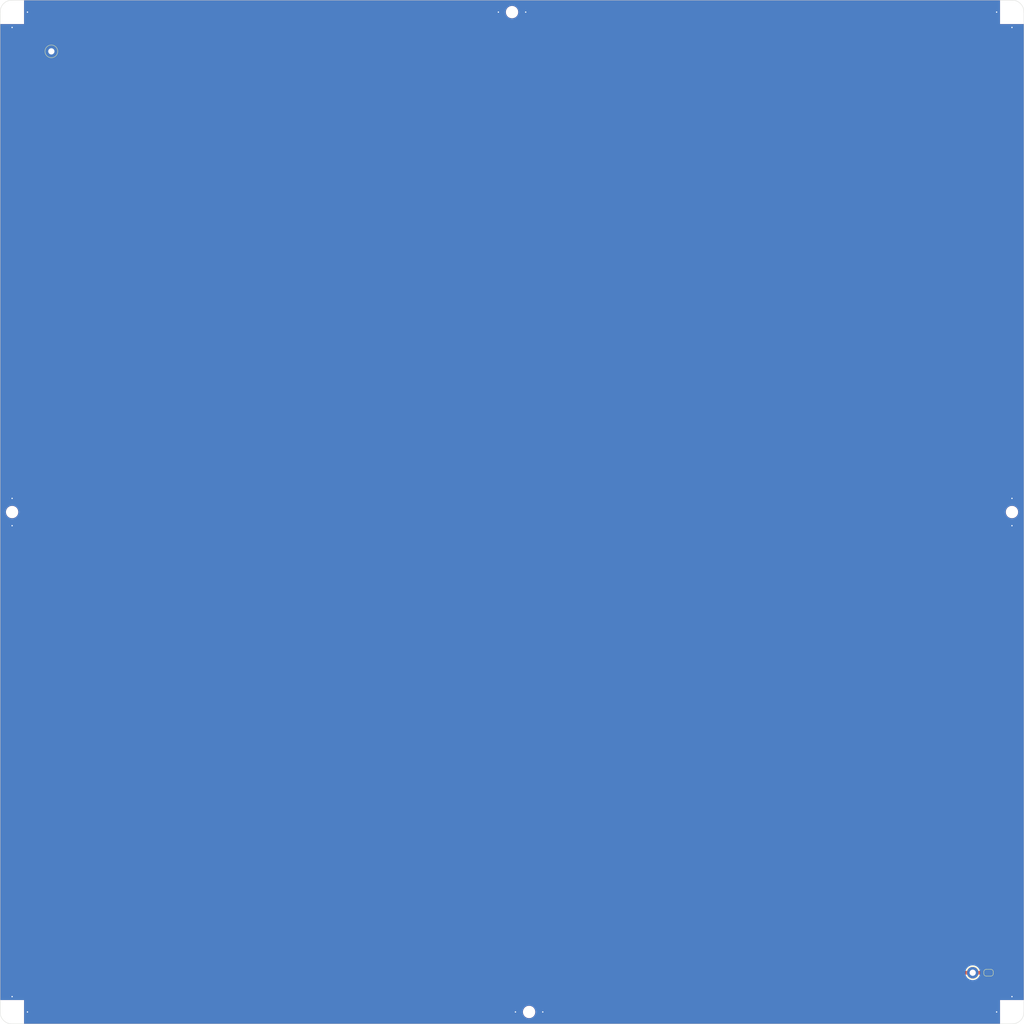
<source format=kicad_pcb>
(kicad_pcb (version 20221018) (generator pcbnew)
  (layers (0 "F.Cu" signal) (31 "B.Cu" signal) (34 "B.Paste" user) (35 "F.Paste" user) (36 "B.SilkS" user "B.Silkscreen") (37 "F.SilkS" user "F.Silkscreen") (38 "B.Mask" user) (39 "F.Mask" user) (44 "Edge.Cuts" user))
  (net 0 "")
  (net 1 "Net-(JP1-A)")
  (net 2 "GND")
  (footprint "MountingHole:MountingHole_3.2mm_M3" (layer "F.Cu") (at 203.2 -47.244)
    (fp_text reference "REF**" hide)
    (fp_text value "MountingHole_3.2mm_M3" hide)
    (pad "" np_thru_hole circle (at 0 0) (size 3.2 3.2) (drill 3.2) (layers "F&B.Cu" "*.Mask"))
  )
  (footprint "MountingHole:MountingHole_3.2mm_M3" (layer "F.Cu") (at 208.28 250.444)
    (fp_text reference "REF**" hide)
    (fp_text value "MountingHole_3.2mm_M3" hide)
    (pad "" np_thru_hole circle (at 0 0) (size 3.2 3.2) (drill 3.2) (layers "F&B.Cu" "*.Mask"))
  )
  (footprint "MountingHole:MountingHole_3.2mm_M3" (layer "F.Cu") (at 54.356 101.6)
    (fp_text reference "REF**" hide)
    (fp_text value "MountingHole_3.2mm_M3" hide)
    (pad "" np_thru_hole circle (at 0 0) (size 3.2 3.2) (drill 3.2) (layers "F&B.Cu" "*.Mask"))
  )
  (footprint "MountingHole:MountingHole_3.2mm_M3" (layer "F.Cu") (at 352.044 250.444)
    (fp_text reference "REF**" hide)
    (fp_text value "MountingHole_3.2mm_M3" hide)
    (pad "" np_thru_hole circle (at 0 0) (size 3.2 3.2) (drill 3.2) (layers "F&B.Cu" "*.Mask"))
  )
  (footprint "MountingHole:MountingHole_3.2mm_M3" (layer "F.Cu") (at 54.356 250.444)
    (fp_text reference "REF**" hide)
    (fp_text value "MountingHole_3.2mm_M3" hide)
    (pad "" np_thru_hole circle (at 0 0) (size 3.2 3.2) (drill 3.2) (layers "F&B.Cu" "*.Mask"))
  )
  (footprint "TestPoint:TestPoint_Loop_D2.50mm_Drill1.85mm" (layer "F.Cu") (at 66.04 -35.56)
    (fp_text reference "TP1" hide)
    (fp_text value "TestPoint")
    (fp_circle (center 0 0) (end 1.9 0) (stroke (width 0.12)) (fill none) (layer "F.SilkS"))
    (pad "1" thru_hole circle (at 0 0) (size 3.4 3.4) (drill 1.85) (layers "*.Cu" "*.Mask") (net 1 "Net-(JP1-A)"))
  )
  (footprint "MountingHole:MountingHole_3.2mm_M3" (layer "F.Cu") (at 352.044 -47.244)
    (fp_text reference "REF**" hide)
    (fp_text value "MountingHole_3.2mm_M3" hide)
    (pad "" np_thru_hole circle (at 0 0) (size 3.2 3.2) (drill 3.2) (layers "F&B.Cu" "*.Mask"))
  )
  (footprint "MountingHole:MountingHole_3.2mm_M3" (layer "F.Cu") (at 54.356 -47.244)
    (fp_text reference "REF**" hide)
    (fp_text value "MountingHole_3.2mm_M3" hide)
    (pad "" np_thru_hole circle (at 0 0) (size 3.2 3.2) (drill 3.2) (layers "*.Cu" "*.Mask"))
  )
  (footprint "Jumper:SolderJumper-2_P1.3mm_Open_RoundedPad1.0x1.5mm" (layer "F.Cu") (at 345.074 238.76)
    (fp_text reference "JP1" hide)
    (fp_text value "Jumper_2_Open")
    (fp_line (start -1.4 0.3) (end -1.4 -0.3) (stroke (width 0.12)) (layer "F.SilkS"))
    (fp_line (start -0.7 -1) (end 0.7 -1) (stroke (width 0.12)) (layer "F.SilkS"))
    (fp_line (start 0.7 1) (end -0.7 1) (stroke (width 0.12)) (layer "F.SilkS"))
    (fp_line (start 1.4 -0.3) (end 1.4 0.3) (stroke (width 0.12)) (layer "F.SilkS"))
    (fp_arc (start -1.4 -0.3) (mid -1.194975 -0.794975) (end -0.7 -1) (stroke (width 0.12)) (layer "F.SilkS"))
    (fp_arc (start -0.7 1) (mid -1.194975 0.794975) (end -1.4 0.3) (stroke (width 0.12)) (layer "F.SilkS"))
    (fp_arc (start 0.7 -1) (mid 1.194975 -0.794975) (end 1.4 -0.3) (stroke (width 0.12)) (layer "F.SilkS"))
    (fp_arc (start 1.4 0.3) (mid 1.194975 0.794975) (end 0.7 1) (stroke (width 0.12)) (layer "F.SilkS"))
    (pad "1" smd custom (at -0.65 0) (size 1 0.5) (layers "F.Cu" "F.Mask") (net 1 "Net-(JP1-A)") (options (clearance outline) (anchor rect)) (primitives (gr_circle (center 0 0.25) (end 0.5 0.25) (width 0) (fill yes)) (gr_circle (center 0 -0.25) (end 0.5 -0.25) (width 0) (fill yes)) (gr_poly (pts (xy 0.5 0.75) (xy 0 0.75) (xy 0 -0.75) (xy 0.5 -0.75)) (width 0) (fill yes))))
    (pad "2" smd custom (at 0.65 0) (size 1 0.5) (layers "F.Cu" "F.Mask") (net 2 "GND") (options (clearance outline) (anchor rect)) (primitives (gr_circle (center 0 0.25) (end 0.5 0.25) (width 0) (fill yes)) (gr_circle (center 0 -0.25) (end 0.5 -0.25) (width 0) (fill yes)) (gr_poly (pts (xy 0 0.75) (xy -0.5 0.75) (xy -0.5 -0.75) (xy 0 -0.75)) (width 0) (fill yes))))
  )
  (footprint "TestPoint:TestPoint_Loop_D2.50mm_Drill1.85mm" (layer "F.Cu") (at 340.36 238.76)
    (fp_text reference "TP2" hide)
    (fp_text value "TestPoint")
    (fp_circle (center 0 0) (end 1.9 0) (stroke (width 0.12)) (fill none) (layer "F.SilkS"))
    (pad "1" thru_hole circle (at 0 0) (size 3.4 3.4) (drill 1.85) (layers "*.Cu" "*.Mask") (net 1 "Net-(JP1-A)"))
  )
  (footprint "MountingHole:MountingHole_3.2mm_M3" (layer "F.Cu") (at 352.044 101.6)
    (fp_text reference "REF**" hide)
    (fp_text value "MountingHole_3.2mm_M3" hide)
    (pad "" np_thru_hole circle (at 0 0) (size 3.2 3.2) (drill 3.2) (layers "F&B.Cu" "*.Mask"))
  )
  (gr_line (start 54.3 -50.8) (end 352.1 -50.8) (stroke (width 0.1)) (layer "Edge.Cuts"))
  (gr_arc (start 355.6 250.5) (mid 354.574874 252.974874) (end 352.1 254) (stroke (width 0.1)) (layer "Edge.Cuts"))
  (gr_line (start 352.1 254) (end 54.3 254) (stroke (width 0.1)) (layer "Edge.Cuts"))
  (gr_arc (start 54.3 254) (mid 51.825126 252.974874) (end 50.8 250.5) (stroke (width 0.1)) (layer "Edge.Cuts"))
  (gr_line (start 50.8 250.5) (end 50.8 -47.3) (stroke (width 0.1)) (layer "Edge.Cuts"))
  (gr_arc (start 352.1 -50.8) (mid 354.574874 -49.774874) (end 355.6 -47.3) (stroke (width 0.1)) (layer "Edge.Cuts"))
  (gr_arc (start 50.8 -47.3) (mid 51.825126 -49.774874) (end 54.3 -50.8) (stroke (width 0.1)) (layer "Edge.Cuts"))
  (gr_line (start 355.6 -47.3) (end 355.6 250.5) (stroke (width 0.1)) (layer "Edge.Cuts"))
  (segment (start 340.36 173.552) (end 340.36 172.904) (width 1.09) (layer "F.Cu") (net 1))
  (segment (start 66.04 152.216) (end 66.04 151.568) (width 1.09) (layer "F.Cu") (net 1))
  (segment (start 66.04 133.928) (end 66.04 133.28) (width 1.09) (layer "F.Cu") (net 1))
  (segment (start 66.04 188.792) (end 66.04 188.144) (width 1.09) (layer "F.Cu") (net 1))
  (segment (start 339.16 -29.464) (end 67.24 -29.464) (width 1.09) (layer "F.Cu") (net 1))
  (segment (start 340.36 15.056) (end 340.36 14.408) (width 1.09) (layer "F.Cu") (net 1))
  (segment (start 67.24 -26.416) (end 339.16 -26.416) (width 1.09) (layer "F.Cu") (net 1))
  (segment (start 340.36 2.864) (end 340.36 2.216) (width 1.09) (layer "F.Cu") (net 1))
  (segment (start 339.16 86.36) (end 67.24 86.36) (width 1.09) (layer "F.Cu") (net 1))
  (segment (start 339.16 -17.272) (end 67.24 -17.272) (width 1.09) (layer "F.Cu") (net 1))
  (segment (start 339.16 -23.368) (end 67.24 -23.368) (width 1.09) (layer "F.Cu") (net 1))
  (segment (start 66.04 194.888) (end 66.04 194.24) (width 1.09) (layer "F.Cu") (net 1))
  (segment (start 340.36 112.592) (end 340.36 111.944) (width 1.09) (layer "F.Cu") (net 1))
  (segment (start 339.16 13.208) (end 67.24 13.208) (width 1.09) (layer "F.Cu") (net 1))
  (segment (start 340.36 -21.52) (end 340.36 -22.168) (width 1.09) (layer "F.Cu") (net 1))
  (segment (start 66.04 -0.184) (end 66.04 -0.832) (width 1.09) (layer "F.Cu") (net 1))
  (segment (start 339.16 220.472) (end 67.24 220.472) (width 1.09) (layer "F.Cu") (net 1))
  (segment (start 339.16 183.896) (end 67.24 183.896) (width 1.09) (layer "F.Cu") (net 1))
  (segment (start 66.04 146.12) (end 66.04 145.472) (width 1.09) (layer "F.Cu") (net 1))
  (segment (start 339.16 92.456) (end 67.24 92.456) (width 1.09) (layer "F.Cu") (net 1))
  (segment (start 66.04 164.408) (end 66.04 163.76) (width 1.09) (layer "F.Cu") (net 1))
  (segment (start 66.04 85.16) (end 66.04 84.512) (width 1.09) (layer "F.Cu") (net 1))
  (segment (start 339.16 135.128) (end 67.24 135.128) (width 1.09) (layer "F.Cu") (net 1))
  (segment (start 339.16 208.28) (end 67.24 208.28) (width 1.09) (layer "F.Cu") (net 1))
  (segment (start 340.36 76.016) (end 340.36 75.368) (width 1.09) (layer "F.Cu") (net 1))
  (segment (start 66.04 200.984) (end 66.04 200.336) (width 1.09) (layer "F.Cu") (net 1))
  (segment (start 67.24 101.6) (end 339.16 101.6) (width 1.09) (layer "F.Cu") (net 1))
  (segment (start 339.16 159.512) (end 67.24 159.512) (width 1.09) (layer "F.Cu") (net 1))
  (segment (start 340.36 -3.232) (end 340.36 -3.88) (width 1.09) (layer "F.Cu") (net 1))
  (segment (start 339.16 165.608) (end 67.24 165.608) (width 1.09) (layer "F.Cu") (net 1))
  (segment (start 67.24 132.08) (end 339.16 132.08) (width 1.09) (layer "F.Cu") (net 1))
  (segment (start 340.36 130.88) (end 340.36 130.232) (width 1.09) (layer "F.Cu") (net 1))
  (segment (start 339.16 147.32) (end 67.24 147.32) (width 1.09) (layer "F.Cu") (net 1))
  (segment (start 67.24 28.448) (end 339.16 28.448) (width 1.09) (layer "F.Cu") (net 1))
  (segment (start 66.04 103.448) (end 66.04 102.8) (width 1.09) (layer "F.Cu") (net 1))
  (segment (start 66.04 42.488) (end 66.04 41.84) (width 1.09) (layer "F.Cu") (net 1))
  (segment (start 66.04 -18.472) (end 66.04 -19.12) (width 1.09) (layer "F.Cu") (net 1))
  (segment (start 340.36 -15.424) (end 340.36 -16.072) (width 1.09) (layer "F.Cu") (net 1))
  (segment (start 67.24 107.696) (end 339.16 107.696) (width 1.09) (layer "F.Cu") (net 1))
  (segment (start 340.36 167.456) (end 340.36 166.808) (width 1.09) (layer "F.Cu") (net 1))
  (segment (start 340.36 106.496) (end 340.36 105.848) (width 1.09) (layer "F.Cu") (net 1))
  (segment (start 67.24 174.752) (end 339.16 174.752) (width 1.09) (layer "F.Cu") (net 1))
  (segment (start 67.24 -2.032) (end 339.16 -2.032) (width 1.09) (layer "F.Cu") (net 1))
  (segment (start 67.24 217.424) (end 339.16 217.424) (width 1.09) (layer "F.Cu") (net 1))
  (segment (start 67.24 10.16) (end 339.16 10.16) (width 1.09) (layer "F.Cu") (net 1))
  (segment (start 66.04 -6.28) (end 66.04 -6.928) (width 1.09) (layer "F.Cu") (net 1))
  (segment (start 67.24 180.848) (end 339.16 180.848) (width 1.09) (layer "F.Cu") (net 1))
  (segment (start 67.24 71.12) (end 339.16 71.12) (width 1.09) (layer "F.Cu") (net 1))
  (segment (start 67.24 83.312) (end 339.16 83.312) (width 1.09) (layer "F.Cu") (net 1))
  (segment (start 67.24 144.272) (end 339.16 144.272) (width 1.09) (layer "F.Cu") (net 1))
  (segment (start 340.36 57.728) (end 340.36 57.08) (width 1.09) (layer "F.Cu") (net 1))
  (segment (start 340.36 197.936) (end 340.36 197.288) (width 1.09) (layer "F.Cu") (net 1))
  (segment (start 339.16 202.184) (end 67.24 202.184) (width 1.09) (layer "F.Cu") (net 1))
  (segment (start 339.16 226.568) (end 67.24 226.568) (width 1.09) (layer "F.Cu") (net 1))
  (segment (start 340.36 27.248) (end 340.36 26.6) (width 1.09) (layer "F.Cu") (net 1))
  (segment (start 67.24 46.736) (end 339.16 46.736) (width 1.09) (layer "F.Cu") (net 1))
  (segment (start 339.16 49.784) (end 67.24 49.784) (width 1.09) (layer "F.Cu") (net 1))
  (segment (start 339.16 189.992) (end 67.24 189.992) (width 1.09) (layer "F.Cu") (net 1))
  (segment (start 340.36 -33.712) (end 340.36 -34.36) (width 1.09) (layer "F.Cu") (net 1))
  (segment (start 67.24 162.56) (end 339.16 162.56) (width 1.09) (layer "F.Cu") (net 1))
  (segment (start 340.36 191.84) (end 340.36 191.192) (width 1.09) (layer "F.Cu") (net 1))
  (segment (start 340.36 185.744) (end 340.36 185.096) (width 1.09) (layer "F.Cu") (net 1))
  (segment (start 67.24 16.256) (end 339.16 16.256) (width 1.09) (layer "F.Cu") (net 1))
  (segment (start 67.24 113.792) (end 339.16 113.792) (width 1.09) (layer "F.Cu") (net 1))
  (segment (start 340.36 124.784) (end 340.36 124.136) (width 1.09) (layer "F.Cu") (net 1))
  (segment (start 339.16 19.304) (end 67.24 19.304) (width 1.09) (layer "F.Cu") (net 1))
  (segment (start 339.16 7.112) (end 67.24 7.112) (width 1.09) (layer "F.Cu") (net 1))
  (segment (start 66.04 140.024) (end 66.04 139.376) (width 1.09) (layer "F.Cu") (net 1))
  (segment (start 67.24 205.232) (end 339.16 205.232) (width 1.09) (layer "F.Cu") (net 1))
  (segment (start 340.36 94.304) (end 340.36 93.656) (width 1.09) (layer "F.Cu") (net 1))
  (segment (start 66.04 91.256) (end 66.04 90.608) (width 1.09) (layer "F.Cu") (net 1))
  (segment (start 67.24 -14.224) (end 339.16 -14.224) (width 1.09) (layer "F.Cu") (net 1))
  (segment (start 66.04 182.696) (end 66.04 182.048) (width 1.09) (layer "F.Cu") (net 1))
  (segment (start 340.36 155.264) (end 340.36 154.616) (width 1.09) (layer "F.Cu") (net 1))
  (segment (start 67.24 119.888) (end 339.16 119.888) (width 1.09) (layer "F.Cu") (net 1))
  (segment (start 66.04 66.872) (end 66.04 66.224) (width 1.09) (layer "F.Cu") (net 1))
  (segment (start 66.04 30.296) (end 66.04 29.648) (width 1.09) (layer "F.Cu") (net 1))
  (segment (start 67.24 -32.512) (end 339.16 -32.512) (width 1.09) (layer "F.Cu") (net 1))
  (segment (start 339.16 -35.56) (end 66.04 -35.56) (width 1.09) (layer "F.Cu") (net 1))
  (segment (start 67.24 58.928) (end 339.16 58.928) (width 1.09) (layer "F.Cu") (net 1))
  (segment (start 340.36 8.96) (end 340.36 8.312) (width 1.09) (layer "F.Cu") (net 1))
  (segment (start 67.24 34.544) (end 339.16 34.544) (width 1.09) (layer "F.Cu") (net 1))
  (segment (start 66.04 48.584) (end 66.04 47.936) (width 1.09) (layer "F.Cu") (net 1))
  (segment (start 66.04 115.64) (end 66.04 114.992) (width 1.09) (layer "F.Cu") (net 1))
  (segment (start 340.36 204.032) (end 340.36 203.384) (width 1.09) (layer "F.Cu") (net 1))
  (segment (start 67.24 138.176) (end 339.16 138.176) (width 1.09) (layer "F.Cu") (net 1))
  (segment (start 340.36 179.648) (end 340.36 179) (width 1.09) (layer "F.Cu") (net 1))
  (segment (start 339.16 55.88) (end 67.24 55.88) (width 1.09) (layer "F.Cu") (net 1))
  (segment (start 66.04 170.504) (end 66.04 169.856) (width 1.09) (layer "F.Cu") (net 1))
  (segment (start 67.24 229.616) (end 339.16 229.616) (width 1.09) (layer "F.Cu") (net 1))
  (segment (start 344.424 238.76) (end 67.24 238.76) (width 1.09) (layer "F.Cu") (net 1))
  (segment (start 339.16 37.592) (end 67.24 37.592) (width 1.09) (layer "F.Cu") (net 1))
  (segment (start 339.16 214.376) (end 67.24 214.376) (width 1.09) (layer "F.Cu") (net 1))
  (segment (start 66.04 5.912) (end 66.04 5.264) (width 1.09) (layer "F.Cu") (net 1))
  (segment (start 340.36 82.112) (end 340.36 81.464) (width 1.09) (layer "F.Cu") (net 1))
  (segment (start 340.36 69.92) (end 340.36 69.272) (width 1.09) (layer "F.Cu") (net 1))
  (segment (start 67.24 40.64) (end 339.16 40.64) (width 1.09) (layer "F.Cu") (net 1))
  (segment (start 339.16 68.072) (end 67.24 68.072) (width 1.09) (layer "F.Cu") (net 1))
  (segment (start 340.36 222.32) (end 340.36 221.672) (width 1.09) (layer "F.Cu") (net 1))
  (segment (start 66.04 79.064) (end 66.04 78.416) (width 1.09) (layer "F.Cu") (net 1))
  (segment (start 67.24 89.408) (end 339.16 89.408) (width 1.09) (layer "F.Cu") (net 1))
  (segment (start 339.16 43.688) (end 67.24 43.688) (width 1.09) (layer "F.Cu") (net 1))
  (segment (start 66.04 -30.664) (end 66.04 -31.312) (width 1.09) (layer "F.Cu") (net 1))
  (segment (start 339.16 80.264) (end 67.24 80.264) (width 1.09) (layer "F.Cu") (net 1))
  (segment (start 66.04 158.312) (end 66.04 157.664) (width 1.09) (layer "F.Cu") (net 1))
  (segment (start 339.16 177.8) (end 67.24 177.8) (width 1.09) (layer "F.Cu") (net 1))
  (segment (start 66.04 176.6) (end 66.04 175.952) (width 1.09) (layer "F.Cu") (net 1))
  (segment (start 66.04 72.968) (end 66.04 72.32) (width 1.09) (layer "F.Cu") (net 1))
  (segment (start 340.36 161.36) (end 340.36 160.712) (width 1.09) (layer "F.Cu") (net 1))
  (segment (start 340.36 21.152) (end 340.36 20.504) (width 1.09) (layer "F.Cu") (net 1))
  (segment (start 66.04 -12.376) (end 66.04 -13.024) (width 1.09) (layer "F.Cu") (net 1))
  (segment (start 340.36 210.128) (end 340.36 209.48) (width 1.09) (layer "F.Cu") (net 1))
  (segment (start 339.16 153.416) (end 67.24 153.416) (width 1.09) (layer "F.Cu") (net 1))
  (segment (start 340.36 63.824) (end 340.36 63.176) (width 1.09) (layer "F.Cu") (net 1))
  (segment (start 339.16 129.032) (end 67.24 129.032) (width 1.09) (layer "F.Cu") (net 1))
  (segment (start 340.36 -27.616) (end 340.36 -28.264) (width 1.09) (layer "F.Cu") (net 1))
  (segment (start 340.36 216.224) (end 340.36 215.576) (width 1.09) (layer "F.Cu") (net 1))
  (segment (start 339.16 141.224) (end 67.24 141.224) (width 1.09) (layer "F.Cu") (net 1))
  (segment (start 66.04 12.008) (end 66.04 11.36) (width 1.09) (layer "F.Cu") (net 1))
  (segment (start 339.16 196.088) (end 67.24 196.088) (width 1.09) (layer "F.Cu") (net 1))
  (segment (start 67.24 4.064) (end 339.16 4.064) (width 1.09) (layer "F.Cu") (net 1))
  (segment (start 339.16 232.664) (end 67.24 232.664) (width 1.09) (layer "F.Cu") (net 1))
  (segment (start 66.04 231.464) (end 66.04 230.816) (width 1.09) (layer "F.Cu") (net 1))
  (segment (start 67.24 -8.128) (end 339.16 -8.128) (width 1.09) (layer "F.Cu") (net 1))
  (segment (start 67.24 22.352) (end 339.16 22.352) (width 1.09) (layer "F.Cu") (net 1))
  (segment (start 339.16 98.552) (end 67.24 98.552) (width 1.09) (layer "F.Cu") (net 1))
  (segment (start 66.04 207.08) (end 66.04 206.432) (width 1.09) (layer "F.Cu") (net 1))
  (segment (start 340.36 -9.328) (end 340.36 -9.976) (width 1.09) (layer "F.Cu") (net 1))
  (segment (start 340.36 149.168) (end 340.36 148.52) (width 1.09) (layer "F.Cu") (net 1))
  (segment (start 339.16 61.976) (end 67.24 61.976) (width 1.09) (layer "F.Cu") (net 1))
  (segment (start 340.36 234.512) (end 340.36 233.864) (width 1.09) (layer "F.Cu") (net 1))
  (segment (start 339.16 74.168) (end 67.24 74.168) (width 1.09) (layer "F.Cu") (net 1))
  (segment (start 339.16 122.936) (end 67.24 122.936) (width 1.09) (layer "F.Cu") (net 1))
  (segment (start 67.24 199.136) (end 339.16 199.136) (width 1.09) (layer "F.Cu") (net 1))
  (segment (start 340.36 100.4) (end 340.36 99.752) (width 1.09) (layer "F.Cu") (net 1))
  (segment (start 66.04 237.56) (end 66.04 236.912) (width 1.09) (layer "F.Cu") (net 1))
  (segment (start 339.16 116.84) (end 67.24 116.84) (width 1.09) (layer "F.Cu") (net 1))
  (segment (start 66.04 109.544) (end 66.04 108.896) (width 1.09) (layer "F.Cu") (net 1))
  (segment (start 67.24 -20.32) (end 339.16 -20.32) (width 1.09) (layer "F.Cu") (net 1))
  (segment (start 340.36 143.072) (end 340.36 142.424) (width 1.09) (layer "F.Cu") (net 1))
  (segment (start 66.04 97.352) (end 66.04 96.704) (width 1.09) (layer "F.Cu") (net 1))
  (segment (start 339.16 -5.08) (end 67.24 -5.08) (width 1.09) (layer "F.Cu") (net 1))
  (segment (start 67.24 223.52) (end 339.16 223.52) (width 1.09) (layer "F.Cu") (net 1))
  (segment (start 67.24 95.504) (end 339.16 95.504) (width 1.09) (layer "F.Cu") (net 1))
  (segment (start 340.36 136.976) (end 340.36 136.328) (width 1.09) (layer "F.Cu") (net 1))
  (segment (start 340.36 88.208) (end 340.36 87.56) (width 1.09) (layer "F.Cu") (net 1))
  (segment (start 339.16 104.648) (end 67.24 104.648) (width 1.09) (layer "F.Cu") (net 1))
  (segment (start 66.04 18.104) (end 66.04 17.456) (width 1.09) (layer "F.Cu") (net 1))
  (segment (start 66.04 54.68) (end 66.04 54.032) (width 1.09) (layer "F.Cu") (net 1))
  (segment (start 340.36 228.416) (end 340.36 227.768) (width 1.09) (layer "F.Cu") (net 1))
  (segment (start 67.24 186.944) (end 339.16 186.944) (width 1.09) (layer "F.Cu") (net 1))
  (segment (start 66.04 127.832) (end 66.04 127.184) (width 1.09) (layer "F.Cu") (net 1))
  (segment (start 67.24 168.656) (end 339.16 168.656) (width 1.09) (layer "F.Cu") (net 1))
  (segment (start 340.36 45.536) (end 340.36 44.888) (width 1.09) (layer "F.Cu") (net 1))
  (segment (start 67.24 125.984) (end 339.16 125.984) (width 1.09) (layer "F.Cu") (net 1))
  (segment (start 339.16 25.4) (end 67.24 25.4) (width 1.09) (layer "F.Cu") (net 1))
  (segment (start 339.16 110.744) (end 67.24 110.744) (width 1.09) (layer "F.Cu") (net 1))
  (segment (start 339.16 31.496) (end 67.24 31.496) (width 1.09) (layer "F.Cu") (net 1))
  (segment (start 340.36 118.688) (end 340.36 118.04) (width 1.09) (layer "F.Cu") (net 1))
  (segment (start 66.04 60.776) (end 66.04 60.128) (width 1.09) (layer "F.Cu") (net 1))
  (segment (start 67.24 156.464) (end 339.16 156.464) (width 1.09) (layer "F.Cu") (net 1))
  (segment (start 340.36 33.344) (end 340.36 32.696) (width 1.09) (layer "F.Cu") (net 1))
  (segment (start 66.04 36.392) (end 66.04 35.744) (width 1.09) (layer "F.Cu") (net 1))
  (segment (start 67.24 52.832) (end 339.16 52.832) (width 1.09) (layer "F.Cu") (net 1))
  (segment (start 66.04 -24.568) (end 66.04 -25.216) (width 1.09) (layer "F.Cu") (net 1))
  (segment (start 66.04 225.368) (end 66.04 224.72) (width 1.09) (layer "F.Cu") (net 1))
  (segment (start 67.24 211.328) (end 339.16 211.328) (width 1.09) (layer "F.Cu") (net 1))
  (segment (start 67.24 193.04) (end 339.16 193.04) (width 1.09) (layer "F.Cu") (net 1))
  (segment (start 67.24 150.368) (end 339.16 150.368) (width 1.09) (layer "F.Cu") (net 1))
  (segment (start 66.04 219.272) (end 66.04 218.624) (width 1.09) (layer "F.Cu") (net 1))
  (segment (start 66.04 24.2) (end 66.04 23.552) (width 1.09) (layer "F.Cu") (net 1))
  (segment (start 67.24 65.024) (end 339.16 65.024) (width 1.09) (layer "F.Cu") (net 1))
  (segment (start 339.16 -11.176) (end 67.24 -11.176) (width 1.09) (layer "F.Cu") (net 1))
  (segment (start 66.04 213.176) (end 66.04 212.528) (width 1.09) (layer "F.Cu") (net 1))
  (segment (start 67.24 235.712) (end 339.16 235.712) (width 1.09) (layer "F.Cu") (net 1))
  (segment (start 67.24 77.216) (end 339.16 77.216) (width 1.09) (layer "F.Cu") (net 1))
  (segment (start 340.36 39.44) (end 340.36 38.792) (width 1.09) (layer "F.Cu") (net 1))
  (segment (start 340.36 51.632) (end 340.36 50.984) (width 1.09) (layer "F.Cu") (net 1))
  (segment (start 339.16 1.016) (end 67.24 1.016) (width 1.09) (layer "F.Cu") (net 1))
  (segment (start 66.04 121.736) (end 66.04 121.088) (width 1.09) (layer "F.Cu") (net 1))
  (segment (start 339.16 171.704) (end 67.24 171.704) (width 1.09) (layer "F.Cu") (net 1))
  (arc (start 340.36 75.368) (mid 340.008528 74.519472) (end 339.16 74.168) (width 1.09) (layer "F.Cu") (net 1))
  (arc (start 340.36 111.944) (mid 340.008528 111.095472) (end 339.16 110.744) (width 1.09) (layer "F.Cu") (net 1))
  (arc (start 339.16 101.6) (mid 340.008528 101.248528) (end 340.36 100.4) (width 1.09) (layer "F.Cu") (net 1))
  (arc (start 339.16 -8.128) (mid 340.008528 -8.479472) (end 340.36 -9.328) (width 1.09) (layer "F.Cu") (net 1))
  (arc (start 340.36 32.696) (mid 340.008528 31.847472) (end 339.16 31.496) (width 1.09) (layer "F.Cu") (net 1))
  (arc (start 67.24 202.184) (mid 66.391472 201.832528) (end 66.04 200.984) (width 1.09) (layer "F.Cu") (net 1))
  (arc (start 340.36 20.504) (mid 340.008528 19.655472) (end 339.16 19.304) (width 1.09) (layer "F.Cu") (net 1))
  (arc (start 340.36 -34.36) (mid 340.008528 -35.208528) (end 339.16 -35.56) (width 1.09) (layer "F.Cu") (net 1))
  (arc (start 66.04 188.144) (mid 66.391472 187.295472) (end 67.24 186.944) (width 1.09) (layer "F.Cu") (net 1))
  (arc (start 67.24 189.992) (mid 66.391472 189.640528) (end 66.04 188.792) (width 1.09) (layer "F.Cu") (net 1))
  (arc (start 340.36 26.6) (mid 340.008528 25.751472) (end 339.16 25.4) (width 1.09) (layer "F.Cu") (net 1))
  (arc (start 339.16 -2.032) (mid 340.008528 -2.383472) (end 340.36 -3.232) (width 1.09) (layer "F.Cu") (net 1))
  (arc (start 340.36 185.096) (mid 340.008528 184.247472) (end 339.16 183.896) (width 1.09) (layer "F.Cu") (net 1))
  (arc (start 66.04 175.952) (mid 66.391472 175.103472) (end 67.24 174.752) (width 1.09) (layer "F.Cu") (net 1))
  (arc (start 339.16 125.984) (mid 340.008528 125.632528) (end 340.36 124.784) (width 1.09) (layer "F.Cu") (net 1))
  (arc (start 339.16 58.928) (mid 340.008528 58.576528) (end 340.36 57.728) (width 1.09) (layer "F.Cu") (net 1))
  (arc (start 339.16 193.04) (mid 340.008528 192.688528) (end 340.36 191.84) (width 1.09) (layer "F.Cu") (net 1))
  (arc (start 339.16 144.272) (mid 340.008528 143.920528) (end 340.36 143.072) (width 1.09) (layer "F.Cu") (net 1))
  (arc (start 66.04 72.32) (mid 66.391472 71.471472) (end 67.24 71.12) (width 1.09) (layer "F.Cu") (net 1))
  (arc (start 66.04 157.664) (mid 66.391472 156.815472) (end 67.24 156.464) (width 1.09) (layer "F.Cu") (net 1))
  (arc (start 340.36 203.384) (mid 340.008528 202.535472) (end 339.16 202.184) (width 1.09) (layer "F.Cu") (net 1))
  (arc (start 66.04 230.816) (mid 66.391472 229.967472) (end 67.24 229.616) (width 1.09) (layer "F.Cu") (net 1))
  (arc (start 340.36 44.888) (mid 340.008528 44.039472) (end 339.16 43.688) (width 1.09) (layer "F.Cu") (net 1))
  (arc (start 67.24 110.744) (mid 66.391472 110.392528) (end 66.04 109.544) (width 1.09) (layer "F.Cu") (net 1))
  (arc (start 66.04 84.512) (mid 66.391472 83.663472) (end 67.24 83.312) (width 1.09) (layer "F.Cu") (net 1))
  (arc (start 340.36 -16.072) (mid 340.008528 -16.920528) (end 339.16 -17.272) (width 1.09) (layer "F.Cu") (net 1))
  (arc (start 66.04 29.648) (mid 66.391472 28.799472) (end 67.24 28.448) (width 1.09) (layer "F.Cu") (net 1))
  (arc (start 340.36 142.424) (mid 340.008528 141.575472) (end 339.16 141.224) (width 1.09) (layer "F.Cu") (net 1))
  (arc (start 339.16 83.312) (mid 340.008528 82.960528) (end 340.36 82.112) (width 1.09) (layer "F.Cu") (net 1))
  (arc (start 339.16 132.08) (mid 340.008528 131.728528) (end 340.36 130.88) (width 1.09) (layer "F.Cu") (net 1))
  (arc (start 339.16 168.656) (mid 340.008528 168.304528) (end 340.36 167.456) (width 1.09) (layer "F.Cu") (net 1))
  (arc (start 67.24 -11.176) (mid 66.391472 -11.527472) (end 66.04 -12.376) (width 1.09) (layer "F.Cu") (net 1))
  (arc (start 339.16 156.464) (mid 340.008528 156.112528) (end 340.36 155.264) (width 1.09) (layer "F.Cu") (net 1))
  (arc (start 66.04 145.472) (mid 66.391472 144.623472) (end 67.24 144.272) (width 1.09) (layer "F.Cu") (net 1))
  (arc (start 339.16 22.352) (mid 340.008528 22.000528) (end 340.36 21.152) (width 1.09) (layer "F.Cu") (net 1))
  (arc (start 67.24 141.224) (mid 66.391472 140.872528) (end 66.04 140.024) (width 1.09) (layer "F.Cu") (net 1))
  (arc (start 339.16 211.328) (mid 340.008528 210.976528) (end 340.36 210.128) (width 1.09) (layer "F.Cu") (net 1))
  (arc (start 67.24 74.168) (mid 66.391472 73.816528) (end 66.04 72.968) (width 1.09) (layer "F.Cu") (net 1))
  (arc (start 66.04 -0.832) (mid 66.391472 -1.680528) (end 67.24 -2.032) (width 1.09) (layer "F.Cu") (net 1))
  (arc (start 67.24 220.472) (mid 66.391472 220.120528) (end 66.04 219.272) (width 1.09) (layer "F.Cu") (net 1))
  (arc (start 66.04 212.528) (mid 66.391472 211.679472) (end 67.24 211.328) (width 1.09) (layer "F.Cu") (net 1))
  (arc (start 340.36 221.672) (mid 340.008528 220.823472) (end 339.16 220.472) (width 1.09) (layer "F.Cu") (net 1))
  (arc (start 66.04 200.336) (mid 66.391472 199.487472) (end 67.24 199.136) (width 1.09) (layer "F.Cu") (net 1))
  (arc (start 66.04 182.048) (mid 66.391472 181.199472) (end 67.24 180.848) (width 1.09) (layer "F.Cu") (net 1))
  (arc (start 339.16 -14.224) (mid 340.008528 -14.575472) (end 340.36 -15.424) (width 1.09) (layer "F.Cu") (net 1))
  (arc (start 66.04 133.28) (mid 66.391472 132.431472) (end 67.24 132.08) (width 1.09) (layer "F.Cu") (net 1))
  (arc (start 67.24 86.36) (mid 66.391472 86.008528) (end 66.04 85.16) (width 1.09) (layer "F.Cu") (net 1))
  (arc (start 66.04 127.184) (mid 66.391472 126.335472) (end 67.24 125.984) (width 1.09) (layer "F.Cu") (net 1))
  (arc (start 67.24 7.112) (mid 66.391472 6.760528) (end 66.04 5.912) (width 1.09) (layer "F.Cu") (net 1))
  (arc (start 339.16 95.504) (mid 340.008528 95.152528) (end 340.36 94.304) (width 1.09) (layer "F.Cu") (net 1))
  (arc (start 67.24 43.688) (mid 66.391472 43.336528) (end 66.04 42.488) (width 1.09) (layer "F.Cu") (net 1))
  (arc (start 67.24 -23.368) (mid 66.391472 -23.719472) (end 66.04 -24.568) (width 1.09) (layer "F.Cu") (net 1))
  (arc (start 339.16 71.12) (mid 340.008528 70.768528) (end 340.36 69.92) (width 1.09) (layer "F.Cu") (net 1))
  (arc (start 339.16 174.752) (mid 340.008528 174.400528) (end 340.36 173.552) (width 1.09) (layer "F.Cu") (net 1))
  (arc (start 340.36 63.176) (mid 340.008528 62.327472) (end 339.16 61.976) (width 1.09) (layer "F.Cu") (net 1))
  (arc (start 339.16 107.696) (mid 340.008528 107.344528) (end 340.36 106.496) (width 1.09) (layer "F.Cu") (net 1))
  (arc (start 67.24 129.032) (mid 66.391472 128.680528) (end 66.04 127.832) (width 1.09) (layer "F.Cu") (net 1))
  (arc (start 67.24 104.648) (mid 66.391472 104.296528) (end 66.04 103.448) (width 1.09) (layer "F.Cu") (net 1))
  (arc (start 340.36 105.848) (mid 340.008528 104.999472) (end 339.16 104.648) (width 1.09) (layer "F.Cu") (net 1))
  (arc (start 340.36 57.08) (mid 340.008528 56.231472) (end 339.16 55.88) (width 1.09) (layer "F.Cu") (net 1))
  (arc (start 66.04 -6.928) (mid 66.391472 -7.776528) (end 67.24 -8.128) (width 1.09) (layer "F.Cu") (net 1))
  (arc (start 66.04 151.568) (mid 66.391472 150.719472) (end 67.24 150.368) (width 1.09) (layer "F.Cu") (net 1))
  (arc (start 339.16 229.616) (mid 340.008528 229.264528) (end 340.36 228.416) (width 1.09) (layer "F.Cu") (net 1))
  (arc (start 66.04 96.704) (mid 66.391472 95.855472) (end 67.24 95.504) (width 1.09) (layer "F.Cu") (net 1))
  (arc (start 67.24 165.608) (mid 66.391472 165.256528) (end 66.04 164.408) (width 1.09) (layer "F.Cu") (net 1))
  (arc (start 67.24 183.896) (mid 66.391472 183.544528) (end 66.04 182.696) (width 1.09) (layer "F.Cu") (net 1))
  (arc (start 340.36 50.984) (mid 340.008528 50.135472) (end 339.16 49.784) (width 1.09) (layer "F.Cu") (net 1))
  (arc (start 339.16 223.52) (mid 340.008528 223.168528) (end 340.36 222.32) (width 1.09) (layer "F.Cu") (net 1))
  (arc (start 340.36 118.04) (mid 340.008528 117.191472) (end 339.16 116.84) (width 1.09) (layer "F.Cu") (net 1))
  (arc (start 339.16 28.448) (mid 340.008528 28.096528) (end 340.36 27.248) (width 1.09) (layer "F.Cu") (net 1))
  (arc (start 340.36 148.52) (mid 340.008528 147.671472) (end 339.16 147.32) (width 1.09) (layer "F.Cu") (net 1))
  (arc (start 340.36 160.712) (mid 340.008528 159.863472) (end 339.16 159.512) (width 1.09) (layer "F.Cu") (net 1))
  (arc (start 67.24 49.784) (mid 66.391472 49.432528) (end 66.04 48.584) (width 1.09) (layer "F.Cu") (net 1))
  (arc (start 67.24 159.512) (mid 66.391472 159.160528) (end 66.04 158.312) (width 1.09) (layer "F.Cu") (net 1))
  (arc (start 340.36 179) (mid 340.008528 178.151472) (end 339.16 177.8) (width 1.09) (layer "F.Cu") (net 1))
  (arc (start 67.24 238.76) (mid 66.391472 238.408528) (end 66.04 237.56) (width 1.09) (layer "F.Cu") (net 1))
  (arc (start 67.24 171.704) (mid 66.391472 171.352528) (end 66.04 170.504) (width 1.09) (layer "F.Cu") (net 1))
  (arc (start 339.16 77.216) (mid 340.008528 76.864528) (end 340.36 76.016) (width 1.09) (layer "F.Cu") (net 1))
  (arc (start 66.04 90.608) (mid 66.391472 89.759472) (end 67.24 89.408) (width 1.09) (layer "F.Cu") (net 1))
  (arc (start 340.36 14.408) (mid 340.008528 13.559472) (end 339.16 13.208) (width 1.09) (layer "F.Cu") (net 1))
  (arc (start 66.04 -31.312) (mid 66.391472 -32.160528) (end 67.24 -32.512) (width 1.09) (layer "F.Cu") (net 1))
  (arc (start 66.04 -19.12) (mid 66.391472 -19.968528) (end 67.24 -20.32) (width 1.09) (layer "F.Cu") (net 1))
  (arc (start 67.24 68.072) (mid 66.391472 67.720528) (end 66.04 66.872) (width 1.09) (layer "F.Cu") (net 1))
  (arc (start 66.04 206.432) (mid 66.391472 205.583472) (end 67.24 205.232) (width 1.09) (layer "F.Cu") (net 1))
  (arc (start 339.16 162.56) (mid 340.008528 162.208528) (end 340.36 161.36) (width 1.09) (layer "F.Cu") (net 1))
  (arc (start 66.04 23.552) (mid 66.391472 22.703472) (end 67.24 22.352) (width 1.09) (layer "F.Cu") (net 1))
  (arc (start 67.24 208.28) (mid 66.391472 207.928528) (end 66.04 207.08) (width 1.09) (layer "F.Cu") (net 1))
  (arc (start 339.16 235.712) (mid 340.008528 235.360528) (end 340.36 234.512) (width 1.09) (layer "F.Cu") (net 1))
  (arc (start 67.24 153.416) (mid 66.391472 153.064528) (end 66.04 152.216) (width 1.09) (layer "F.Cu") (net 1))
  (arc (start 67.24 226.568) (mid 66.391472 226.216528) (end 66.04 225.368) (width 1.09) (layer "F.Cu") (net 1))
  (arc (start 67.24 55.88) (mid 66.391472 55.528528) (end 66.04 54.68) (width 1.09) (layer "F.Cu") (net 1))
  (arc (start 67.24 92.456) (mid 66.391472 92.104528) (end 66.04 91.256) (width 1.09) (layer "F.Cu") (net 1))
  (arc (start 66.04 -13.024) (mid 66.391472 -13.872528) (end 67.24 -14.224) (width 1.09) (layer "F.Cu") (net 1))
  (arc (start 340.36 8.312) (mid 340.008528 7.463472) (end 339.16 7.112) (width 1.09) (layer "F.Cu") (net 1))
  (arc (start 340.36 -3.88) (mid 340.008528 -4.728528) (end 339.16 -5.08) (width 1.09) (layer "F.Cu") (net 1))
  (arc (start 66.04 47.936) (mid 66.391472 47.087472) (end 67.24 46.736) (width 1.09) (layer "F.Cu") (net 1))
  (arc (start 67.24 135.128) (mid 66.391472 134.776528) (end 66.04 133.928) (width 1.09) (layer "F.Cu") (net 1))
  (arc (start 67.24 -5.08) (mid 66.391472 -5.431472) (end 66.04 -6.28) (width 1.09) (layer "F.Cu") (net 1))
  (arc (start 67.24 98.552) (mid 66.391472 98.200528) (end 66.04 97.352) (width 1.09) (layer "F.Cu") (net 1))
  (arc (start 340.36 38.792) (mid 340.008528 37.943472) (end 339.16 37.592) (width 1.09) (layer "F.Cu") (net 1))
  (arc (start 339.16 89.408) (mid 340.008528 89.056528) (end 340.36 88.208) (width 1.09) (layer "F.Cu") (net 1))
  (arc (start 340.36 2.216) (mid 340.008528 1.367472) (end 339.16 1.016) (width 1.09) (layer "F.Cu") (net 1))
  (arc (start 66.04 114.992) (mid 66.391472 114.143472) (end 67.24 113.792) (width 1.09) (layer "F.Cu") (net 1))
  (arc (start 66.04 54.032) (mid 66.391472 53.183472) (end 67.24 52.832) (width 1.09) (layer "F.Cu") (net 1))
  (arc (start 67.24 31.496) (mid 66.391472 31.144528) (end 66.04 30.296) (width 1.09) (layer "F.Cu") (net 1))
  (arc (start 66.04 35.744) (mid 66.391472 34.895472) (end 67.24 34.544) (width 1.09) (layer "F.Cu") (net 1))
  (arc (start 340.36 87.56) (mid 340.008528 86.711472) (end 339.16 86.36) (width 1.09) (layer "F.Cu") (net 1))
  (arc (start 340.36 136.328) (mid 340.008528 135.479472) (end 339.16 135.128) (width 1.09) (layer "F.Cu") (net 1))
  (arc (start 339.16 65.024) (mid 340.008528 64.672528) (end 340.36 63.824) (width 1.09) (layer "F.Cu") (net 1))
  (arc (start 66.04 169.856) (mid 66.391472 169.007472) (end 67.24 168.656) (width 1.09) (layer "F.Cu") (net 1))
  (arc (start 66.04 78.416) (mid 66.391472 77.567472) (end 67.24 77.216) (width 1.09) (layer "F.Cu") (net 1))
  (arc (start 66.04 -25.216) (mid 66.391472 -26.064528) (end 67.24 -26.416) (width 1.09) (layer "F.Cu") (net 1))
  (arc (start 339.16 40.64) (mid 340.008528 40.288528) (end 340.36 39.44) (width 1.09) (layer "F.Cu") (net 1))
  (arc (start 66.04 163.76) (mid 66.391472 162.911472) (end 67.24 162.56) (width 1.09) (layer "F.Cu") (net 1))
  (arc (start 339.16 217.424) (mid 340.008528 217.072528) (end 340.36 216.224) (width 1.09) (layer "F.Cu") (net 1))
  (arc (start 66.04 236.912) (mid 66.391472 236.063472) (end 67.24 235.712) (width 1.09) (layer "F.Cu") (net 1))
  (arc (start 339.16 -20.32) (mid 340.008528 -20.671472) (end 340.36 -21.52) (width 1.09) (layer "F.Cu") (net 1))
  (arc (start 67.24 122.936) (mid 66.391472 122.584528) (end 66.04 121.736) (width 1.09) (layer "F.Cu") (net 1))
  (arc (start 339.16 199.136) (mid 340.008528 198.784528) (end 340.36 197.936) (width 1.09) (layer "F.Cu") (net 1))
  (arc (start 67.24 177.8) (mid 66.391472 177.448528) (end 66.04 176.6) (width 1.09) (layer "F.Cu") (net 1))
  (arc (start 339.16 34.544) (mid 340.008528 34.192528) (end 340.36 33.344) (width 1.09) (layer "F.Cu") (net 1))
  (arc (start 67.24 1.016) (mid 66.391472 0.664528) (end 66.04 -0.184) (width 1.09) (layer "F.Cu") (net 1))
  (arc (start 66.04 218.624) (mid 66.391472 217.775472) (end 67.24 217.424) (width 1.09) (layer "F.Cu") (net 1))
  (arc (start 66.04 66.224) (mid 66.391472 65.375472) (end 67.24 65.024) (width 1.09) (layer "F.Cu") (net 1))
  (arc (start 339.16 16.256) (mid 340.008528 15.904528) (end 340.36 15.056) (width 1.09) (layer "F.Cu") (net 1))
  (arc (start 340.36 99.752) (mid 340.008528 98.903472) (end 339.16 98.552) (width 1.09) (layer "F.Cu") (net 1))
  (arc (start 340.36 124.136) (mid 340.008528 123.287472) (end 339.16 122.936) (width 1.09) (layer "F.Cu") (net 1))
  (arc (start 339.16 138.176) (mid 340.008528 137.824528) (end 340.36 136.976) (width 1.09) (layer "F.Cu") (net 1))
  (arc (start 340.36 197.288) (mid 340.008528 196.439472) (end 339.16 196.088) (width 1.09) (layer "F.Cu") (net 1))
  (arc (start 340.36 166.808) (mid 340.008528 165.959472) (end 339.16 165.608) (width 1.09) (layer "F.Cu") (net 1))
  (arc (start 66.04 108.896) (mid 66.391472 108.047472) (end 67.24 107.696) (width 1.09) (layer "F.Cu") (net 1))
  (arc (start 67.24 13.208) (mid 66.391472 12.856528) (end 66.04 12.008) (width 1.09) (layer "F.Cu") (net 1))
  (arc (start 66.04 60.128) (mid 66.391472 59.279472) (end 67.24 58.928) (width 1.09) (layer "F.Cu") (net 1))
  (arc (start 66.04 102.8) (mid 66.391472 101.951472) (end 67.24 101.6) (width 1.09) (layer "F.Cu") (net 1))
  (arc (start 340.36 93.656) (mid 340.008528 92.807472) (end 339.16 92.456) (width 1.09) (layer "F.Cu") (net 1))
  (arc (start 340.36 215.576) (mid 340.008528 214.727472) (end 339.16 214.376) (width 1.09) (layer "F.Cu") (net 1))
  (arc (start 67.24 37.592) (mid 66.391472 37.240528) (end 66.04 36.392) (width 1.09) (layer "F.Cu") (net 1))
  (arc (start 340.36 191.192) (mid 340.008528 190.343472) (end 339.16 189.992) (width 1.09) (layer "F.Cu") (net 1))
  (arc (start 66.04 11.36) (mid 66.391472 10.511472) (end 67.24 10.16) (width 1.09) (layer "F.Cu") (net 1))
  (arc (start 339.16 46.736) (mid 340.008528 46.384528) (end 340.36 45.536) (width 1.09) (layer "F.Cu") (net 1))
  (arc (start 340.36 209.48) (mid 340.008528 208.631472) (end 339.16 208.28) (width 1.09) (layer "F.Cu") (net 1))
  (arc (start 339.16 10.16) (mid 340.008528 9.808528) (end 340.36 8.96) (width 1.09) (layer "F.Cu") (net 1))
  (arc (start 339.16 119.888) (mid 340.008528 119.536528) (end 340.36 118.688) (width 1.09) (layer "F.Cu") (net 1))
  (arc (start 339.16 -26.416) (mid 340.008528 -26.767472) (end 340.36 -27.616) (width 1.09) (layer "F.Cu") (net 1))
  (arc (start 66.04 5.264) (mid 66.391472 4.415472) (end 67.24 4.064) (width 1.09) (layer "F.Cu") (net 1))
  (arc (start 340.36 233.864) (mid 340.008528 233.015472) (end 339.16 232.664) (width 1.09) (layer "F.Cu") (net 1))
  (arc (start 339.16 4.064) (mid 340.008528 3.712528) (end 340.36 2.864) (width 1.09) (layer "F.Cu") (net 1))
  (arc (start 339.16 180.848) (mid 340.008528 180.496528) (end 340.36 179.648) (width 1.09) (layer "F.Cu") (net 1))
  (arc (start 66.04 17.456) (mid 66.391472 16.607472) (end 67.24 16.256) (width 1.09) (layer "F.Cu") (net 1))
  (arc (start 67.24 196.088) (mid 66.391472 195.736528) (end 66.04 194.888) (width 1.09) (layer "F.Cu") (net 1))
  (arc (start 67.24 80.264) (mid 66.391472 79.912528) (end 66.04 79.064) (width 1.09) (layer "F.Cu") (net 1))
  (arc (start 67.24 -29.464) (mid 66.391472 -29.815472) (end 66.04 -30.664) (width 1.09) (layer "F.Cu") (net 1))
  (arc (start 340.36 -22.168) (mid 340.008528 -23.016528) (end 339.16 -23.368) (width 1.09) (layer "F.Cu") (net 1))
  (arc (start 340.36 69.272) (mid 340.008528 68.423472) (end 339.16 68.072) (width 1.09) (layer "F.Cu") (net 1))
  (arc (start 66.04 194.24) (mid 66.391472 193.391472) (end 67.24 193.04) (width 1.09) (layer "F.Cu") (net 1))
  (arc (start 67.24 147.32) (mid 66.391472 146.968528) (end 66.04 146.12) (width 1.09) (layer "F.Cu") (net 1))
  (arc (start 67.24 -17.272) (mid 66.391472 -17.623472) (end 66.04 -18.472) (width 1.09) (layer "F.Cu") (net 1))
  (arc (start 339.16 113.792) (mid 340.008528 113.440528) (end 340.36 112.592) (width 1.09) (layer "F.Cu") (net 1))
  (arc (start 339.16 -32.512) (mid 340.008528 -32.863472) (end 340.36 -33.712) (width 1.09) (layer "F.Cu") (net 1))
  (arc (start 340.36 227.768) (mid 340.008528 226.919472) (end 339.16 226.568) (width 1.09) (layer "F.Cu") (net 1))
  (arc (start 340.36 154.616) (mid 340.008528 153.767472) (end 339.16 153.416) (width 1.09) (layer "F.Cu") (net 1))
  (arc (start 340.36 130.232) (mid 340.008528 129.383472) (end 339.16 129.032) (width 1.09) (layer "F.Cu") (net 1))
  (arc (start 67.24 232.664) (mid 66.391472 232.312528) (end 66.04 231.464) (width 1.09) (layer "F.Cu") (net 1))
  (arc (start 67.24 61.976) (mid 66.391472 61.624528) (end 66.04 60.776) (width 1.09) (layer "F.Cu") (net 1))
  (arc (start 340.36 172.904) (mid 340.008528 172.055472) (end 339.16 171.704) (width 1.09) (layer "F.Cu") (net 1))
  (arc (start 339.16 150.368) (mid 340.008528 150.016528) (end 340.36 149.168) (width 1.09) (layer "F.Cu") (net 1))
  (arc (start 339.16 205.232) (mid 340.008528 204.880528) (end 340.36 204.032) (width 1.09) (layer "F.Cu") (net 1))
  (arc (start 66.04 139.376) (mid 66.391472 138.527472) (end 67.24 138.176) (width 1.09) (layer "F.Cu") (net 1))
  (arc (start 340.36 -9.976) (mid 340.008528 -10.824528) (end 339.16 -11.176) (width 1.09) (layer "F.Cu") (net 1))
  (arc (start 66.04 224.72) (mid 66.391472 223.871472) (end 67.24 223.52) (width 1.09) (layer "F.Cu") (net 1))
  (arc (start 339.16 186.944) (mid 340.008528 186.592528) (end 340.36 185.744) (width 1.09) (layer "F.Cu") (net 1))
  (arc (start 340.36 -28.264) (mid 340.008528 -29.112528) (end 339.16 -29.464) (width 1.09) (layer "F.Cu") (net 1))
  (arc (start 339.16 52.832) (mid 340.008528 52.480528) (end 340.36 51.632) (width 1.09) (layer "F.Cu") (net 1))
  (arc (start 66.04 41.84) (mid 66.391472 40.991472) (end 67.24 40.64) (width 1.09) (layer "F.Cu") (net 1))
  (arc (start 66.04 121.088) (mid 66.391472 120.239472) (end 67.24 119.888) (width 1.09) (layer "F.Cu") (net 1))
  (arc (start 67.24 25.4) (mid 66.391472 25.048528) (end 66.04 24.2) (width 1.09) (layer "F.Cu") (net 1))
  (arc (start 67.24 214.376) (mid 66.391472 214.024528) (end 66.04 213.176) (width 1.09) (layer "F.Cu") (net 1))
  (arc (start 67.24 19.304) (mid 66.391472 18.952528) (end 66.04 18.104) (width 1.09) (layer "F.Cu") (net 1))
  (arc (start 340.36 81.464) (mid 340.008528 80.615472) (end 339.16 80.264) (width 1.09) (layer "F.Cu") (net 1))
  (arc (start 67.24 116.84) (mid 66.391472 116.488528) (end 66.04 115.64) (width 1.09) (layer "F.Cu") (net 1))
  (segment (start 352.044 245.872) (end 352.044 241.808) (width 1.09) (layer "F.Cu") (net 2))
  (segment (start 352.044 241.808) (end 348.996 238.76) (width 1.09) (layer "F.Cu") (net 2))
  (segment (start 348.996 238.76) (end 345.724 238.76) (width 1.09) (layer "F.Cu") (net 2))
  (via (at 352.044 105.664) (size 0.8) (drill 0.4) (layers "F.Cu" "B.Cu") (net 2))
  (via (at 54.356 245.872) (size 0.8) (drill 0.4) (layers "F.Cu" "B.Cu") (net 2))
  (via (at 58.928 250.444) (size 0.8) (drill 0.4) (layers "F.Cu" "B.Cu") (net 2))
  (via (at 347.472 250.444) (size 0.8) (drill 0.4) (layers "F.Cu" "B.Cu") (net 2))
  (via (at 199.136 -47.244) (size 0.8) (drill 0.4) (layers "F.Cu" "B.Cu") (net 2))
  (via (at 352.044 -42.672) (size 0.8) (drill 0.4) (layers "F.Cu" "B.Cu") (net 2))
  (via (at 212.344 250.444) (size 0.8) (drill 0.4) (layers "F.Cu" "B.Cu") (net 2))
  (via (at 54.356 -42.672) (size 0.8) (drill 0.4) (layers "F.Cu" "B.Cu") (net 2))
  (via (at 58.928 -47.244) (size 0.8) (drill 0.4) (layers "F.Cu" "B.Cu") (net 2))
  (via (at 347.472 -47.244) (size 0.8) (drill 0.4) (layers "F.Cu" "B.Cu") (net 2))
  (via (at 54.356 97.536) (size 0.8) (drill 0.4) (layers "F.Cu" "B.Cu") (net 2))
  (via (at 54.356 105.664) (size 0.8) (drill 0.4) (layers "F.Cu" "B.Cu") (net 2))
  (via (at 204.216 250.444) (size 0.8) (drill 0.4) (layers "F.Cu" "B.Cu") (net 2))
  (via (at 207.264 -47.244) (size 0.8) (drill 0.4) (layers "F.Cu" "B.Cu") (net 2))
  (via (at 352.044 245.872) (size 0.8) (drill 0.4) (layers "F.Cu" "B.Cu") (net 2))
  (via (at 352.044 97.536) (size 0.8) (drill 0.4) (layers "F.Cu" "B.Cu") (net 2))
  (zone (net 0) (net_name "") (layer "F.Cu") (name "F.beta") (connect_pads (clearance 0)) (min_thickness 0.25)
    (keepout (tracks allowed) (vias allowed) (pads allowed) (copperpour not_allowed) (footprints allowed))
    (fill (thermal_gap 0.5) (thermal_bridge_width 0.5))
    (polygon (pts (xy 59.944 -41.656) (xy 59.944 244.856) (xy 346.456 244.856) (xy 346.456 -41.656)))
  )
  (zone (net 2) (net_name "GND") (layers "F&B.Cu") (connect_pads (clearance 0.5)) (min_thickness 0.25) (fill yes (thermal_gap 0.5) (thermal_bridge_width 0.5))
    (polygon (pts (xy 50.8 -43.688) (xy 57.912 -43.688) (xy 57.912 -50.8) (xy 348.488 -50.8) (xy 348.488 -43.688) (xy 355.6 -43.688) (xy 355.6 246.888) (xy 348.488 246.888) (xy 348.488 254) (xy 57.912 254) (xy 57.912 246.888) (xy 50.8 246.888)))
  )
)
</source>
